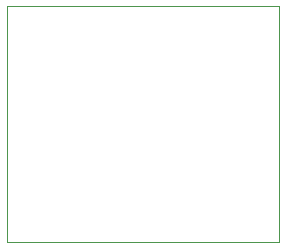
<source format=gbr>
G04 #@! TF.GenerationSoftware,KiCad,Pcbnew,(5.1.5)-3*
G04 #@! TF.CreationDate,2020-11-04T23:21:00+03:00*
G04 #@! TF.ProjectId,dark dedector adjusted,6461726b-2064-4656-9465-63746f722061,rev?*
G04 #@! TF.SameCoordinates,Original*
G04 #@! TF.FileFunction,Profile,NP*
%FSLAX46Y46*%
G04 Gerber Fmt 4.6, Leading zero omitted, Abs format (unit mm)*
G04 Created by KiCad (PCBNEW (5.1.5)-3) date 2020-11-04 23:21:00*
%MOMM*%
%LPD*%
G04 APERTURE LIST*
%ADD10C,0.050000*%
G04 APERTURE END LIST*
D10*
X141000000Y-98000000D02*
X141000000Y-78000000D01*
X164000000Y-98000000D02*
X141000000Y-98000000D01*
X164000000Y-78000000D02*
X164000000Y-98000000D01*
X141000000Y-78000000D02*
X164000000Y-78000000D01*
M02*

</source>
